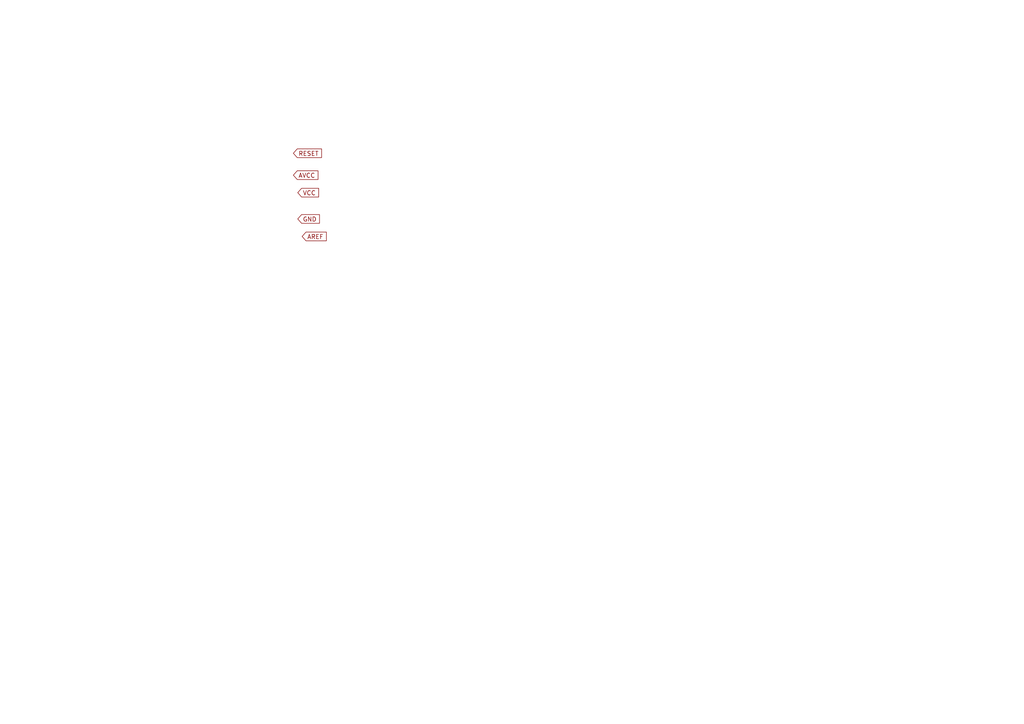
<source format=kicad_sch>
(kicad_sch
	(version 20250114)
	(generator "eeschema")
	(generator_version "9.0")
	(uuid "908b1c22-d826-4059-ae23-5171e64b8395")
	(paper "A4")
	(lib_symbols)
	(global_label "AREF"
		(shape input)
		(at 87.63 68.58 0)
		(fields_autoplaced yes)
		(effects
			(font
				(size 1.27 1.27)
			)
			(justify left)
		)
		(uuid "3e3bb031-8b03-4160-8874-7380358589e4")
		(property "Intersheetrefs" "${INTERSHEET_REFS}"
			(at 95.2114 68.58 0)
			(effects
				(font
					(size 1.27 1.27)
				)
				(justify left)
				(hide yes)
			)
		)
	)
	(global_label "GND"
		(shape input)
		(at 86.36 63.5 0)
		(fields_autoplaced yes)
		(effects
			(font
				(size 1.27 1.27)
			)
			(justify left)
		)
		(uuid "7611ee46-4704-45cf-bfd2-904b1870acc2")
		(property "Intersheetrefs" "${INTERSHEET_REFS}"
			(at 93.2157 63.5 0)
			(effects
				(font
					(size 1.27 1.27)
				)
				(justify left)
				(hide yes)
			)
		)
	)
	(global_label "RESET"
		(shape input)
		(at 85.09 44.45 0)
		(fields_autoplaced yes)
		(effects
			(font
				(size 1.27 1.27)
			)
			(justify left)
		)
		(uuid "900e20a8-7793-4c17-8934-c2f530ba660c")
		(property "Intersheetrefs" "${INTERSHEET_REFS}"
			(at 93.8203 44.45 0)
			(effects
				(font
					(size 1.27 1.27)
				)
				(justify left)
				(hide yes)
			)
		)
	)
	(global_label "VCC"
		(shape input)
		(at 86.36 55.88 0)
		(fields_autoplaced yes)
		(effects
			(font
				(size 1.27 1.27)
			)
			(justify left)
		)
		(uuid "d0f927b9-b9a1-4bc3-8f6f-426584f70c78")
		(property "Intersheetrefs" "${INTERSHEET_REFS}"
			(at 92.9738 55.88 0)
			(effects
				(font
					(size 1.27 1.27)
				)
				(justify left)
				(hide yes)
			)
		)
	)
	(global_label "AVCC"
		(shape input)
		(at 85.09 50.8 0)
		(fields_autoplaced yes)
		(effects
			(font
				(size 1.27 1.27)
			)
			(justify left)
		)
		(uuid "f0145c0a-a4cf-43b6-82f1-0f9d1e1bd564")
		(property "Intersheetrefs" "${INTERSHEET_REFS}"
			(at 92.7924 50.8 0)
			(effects
				(font
					(size 1.27 1.27)
				)
				(justify left)
				(hide yes)
			)
		)
	)
)

</source>
